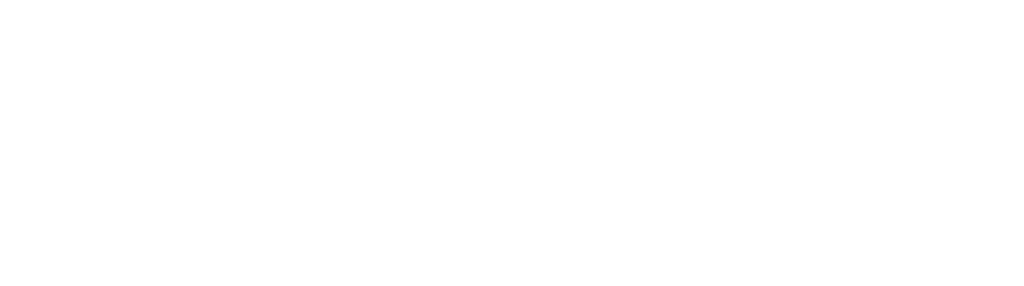
<source format=kicad_pcb>
(kicad_pcb (version 3) (host pcbnew "(2013-mar-13)-testing")

  (general
    (links 0)
    (no_connects 0)
    (area 47.199999 59.199999 281.200001 126.800001)
    (thickness 1.6)
    (drawings 6)
    (tracks 0)
    (zones 0)
    (modules 0)
    (nets 1)
  )

  (page A4)
  (layers
    (15 F.Cu signal)
    (0 B.Cu signal)
    (16 B.Adhes user)
    (17 F.Adhes user)
    (18 B.Paste user)
    (19 F.Paste user)
    (20 B.SilkS user)
    (21 F.SilkS user)
    (22 B.Mask user)
    (23 F.Mask user)
    (24 Dwgs.User user)
    (25 Cmts.User user)
    (26 Eco1.User user)
    (27 Eco2.User user)
    (28 Edge.Cuts user)
  )

  (setup
    (last_trace_width 0.254)
    (trace_clearance 0.254)
    (zone_clearance 0.508)
    (zone_45_only no)
    (trace_min 0.254)
    (segment_width 0.2)
    (edge_width 0.15)
    (via_size 0.889)
    (via_drill 0.635)
    (via_min_size 0.889)
    (via_min_drill 0.508)
    (uvia_size 0.508)
    (uvia_drill 0.127)
    (uvias_allowed no)
    (uvia_min_size 0.508)
    (uvia_min_drill 0.127)
    (pcb_text_width 0.3)
    (pcb_text_size 1.5 1.5)
    (mod_edge_width 0.15)
    (mod_text_size 1.5 1.5)
    (mod_text_width 0.15)
    (pad_size 1.524 1.524)
    (pad_drill 0.762)
    (pad_to_mask_clearance 0.2)
    (aux_axis_origin 0 0)
    (visible_elements FFFDF77F)
    (pcbplotparams
      (layerselection 3178497)
      (usegerberextensions true)
      (excludeedgelayer true)
      (linewidth 0.100000)
      (plotframeref false)
      (viasonmask false)
      (mode 1)
      (useauxorigin false)
      (hpglpennumber 1)
      (hpglpenspeed 20)
      (hpglpendiameter 15)
      (hpglpenoverlay 2)
      (psnegative false)
      (psa4output false)
      (plotreference true)
      (plotvalue true)
      (plotothertext true)
      (plotinvisibletext false)
      (padsonsilk false)
      (subtractmaskfromsilk false)
      (outputformat 1)
      (mirror false)
      (drillshape 1)
      (scaleselection 1)
      (outputdirectory ""))
  )

  (net 0 "")

  (net_class Default "This is the default net class."
    (clearance 0.254)
    (trace_width 0.254)
    (via_dia 0.889)
    (via_drill 0.635)
    (uvia_dia 0.508)
    (uvia_drill 0.127)
    (add_net "")
  )

  (gr_line (start 47.5 59.5) (end 251.5 59.5) (angle 90) (layer Eco1.User) (width 0.6))
  (gr_line (start 47.5 111.5) (end 47.5 59.5) (angle 90) (layer Eco1.User) (width 0.6))
  (gr_line (start 251.5 111.5) (end 47.5 111.5) (angle 90) (layer Eco1.User) (width 0.6))
  (gr_line (start 251.5 59.5) (end 251.5 111.5) (angle 90) (layer Eco1.User) (width 0.6))
  (dimension 204 (width 0.4) (layer Eco1.User)
    (gr_text "204.000 mm" (at 149.5 124.5) (layer Eco1.User)
      (effects (font (size 3 3) (thickness 0.4)))
    )
    (feature1 (pts (xy 47.5 111.5) (xy 47.5 123.7)))
    (feature2 (pts (xy 251.5 111.5) (xy 251.5 123.7)))
    (crossbar (pts (xy 251.5 121) (xy 47.5 121)))
    (arrow1a (pts (xy 47.5 121) (xy 48.626504 120.413579)))
    (arrow1b (pts (xy 47.5 121) (xy 48.626504 121.586421)))
    (arrow2a (pts (xy 251.5 121) (xy 250.373496 120.413579)))
    (arrow2b (pts (xy 251.5 121) (xy 250.373496 121.586421)))
  )
  (dimension 52 (width 0.4) (layer Eco1.User)
    (gr_text "52.000 mm" (at 268 85.5 270) (layer Eco1.User)
      (effects (font (size 3 3) (thickness 0.4)))
    )
    (feature1 (pts (xy 251.5 111.5) (xy 266.2 111.5)))
    (feature2 (pts (xy 251.5 59.5) (xy 266.2 59.5)))
    (crossbar (pts (xy 263.5 59.5) (xy 263.5 111.5)))
    (arrow1a (pts (xy 263.5 111.5) (xy 262.913579 110.373496)))
    (arrow1b (pts (xy 263.5 111.5) (xy 264.086421 110.373496)))
    (arrow2a (pts (xy 263.5 59.5) (xy 262.913579 60.626504)))
    (arrow2b (pts (xy 263.5 59.5) (xy 264.086421 60.626504)))
  )

)

</source>
